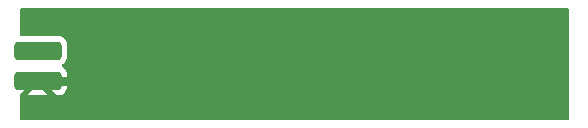
<source format=gbl>
%TF.GenerationSoftware,KiCad,Pcbnew,8.0.4*%
%TF.CreationDate,2025-01-06T15:09:53+00:00*%
%TF.ProjectId,5050_led_4,35303530-5f6c-4656-945f-342e6b696361,rev?*%
%TF.SameCoordinates,Original*%
%TF.FileFunction,Copper,L2,Bot*%
%TF.FilePolarity,Positive*%
%FSLAX46Y46*%
G04 Gerber Fmt 4.6, Leading zero omitted, Abs format (unit mm)*
G04 Created by KiCad (PCBNEW 8.0.4) date 2025-01-06 15:09:53*
%MOMM*%
%LPD*%
G01*
G04 APERTURE LIST*
G04 Aperture macros list*
%AMRoundRect*
0 Rectangle with rounded corners*
0 $1 Rounding radius*
0 $2 $3 $4 $5 $6 $7 $8 $9 X,Y pos of 4 corners*
0 Add a 4 corners polygon primitive as box body*
4,1,4,$2,$3,$4,$5,$6,$7,$8,$9,$2,$3,0*
0 Add four circle primitives for the rounded corners*
1,1,$1+$1,$2,$3*
1,1,$1+$1,$4,$5*
1,1,$1+$1,$6,$7*
1,1,$1+$1,$8,$9*
0 Add four rect primitives between the rounded corners*
20,1,$1+$1,$2,$3,$4,$5,0*
20,1,$1+$1,$4,$5,$6,$7,0*
20,1,$1+$1,$6,$7,$8,$9,0*
20,1,$1+$1,$8,$9,$2,$3,0*%
G04 Aperture macros list end*
%TA.AperFunction,ComponentPad*%
%ADD10RoundRect,0.250000X-1.750000X0.500000X-1.750000X-0.500000X1.750000X-0.500000X1.750000X0.500000X0*%
%TD*%
%TA.AperFunction,ViaPad*%
%ADD11C,0.600000*%
%TD*%
%TA.AperFunction,Conductor*%
%ADD12C,0.200000*%
%TD*%
%TA.AperFunction,Conductor*%
%ADD13C,0.800000*%
%TD*%
G04 APERTURE END LIST*
D10*
%TO.P,J1,1,Pin_1*%
%TO.N,/9V*%
X52500000Y-54105000D03*
%TO.P,J1,2,Pin_2*%
%TO.N,/GND*%
X52500000Y-56645000D03*
%TD*%
D11*
%TO.N,/GND*%
X93500000Y-53690000D03*
X93500000Y-55375000D03*
X93500000Y-57090000D03*
%TD*%
D12*
%TO.N,/GND*%
X93500000Y-57080000D02*
X93510000Y-57090000D01*
X93510000Y-57090000D02*
X93510000Y-55387500D01*
X93490000Y-55367500D02*
X93490000Y-53700000D01*
D13*
X92230000Y-56645000D02*
X52500000Y-56645000D01*
X92230000Y-56645000D02*
X93500000Y-55375000D01*
%TD*%
%TA.AperFunction,Conductor*%
%TO.N,/GND*%
G36*
X97442539Y-50520185D02*
G01*
X97488294Y-50572989D01*
X97499500Y-50624500D01*
X97499500Y-59875500D01*
X97479815Y-59942539D01*
X97427011Y-59988294D01*
X97375500Y-59999500D01*
X51124000Y-59999500D01*
X51056961Y-59979815D01*
X51011206Y-59927011D01*
X51000000Y-59875500D01*
X51000000Y-57926025D01*
X51000000Y-57799454D01*
X51014404Y-57777042D01*
X52100000Y-56691446D01*
X52100000Y-56697661D01*
X52127259Y-56799394D01*
X52179920Y-56890606D01*
X52254394Y-56965080D01*
X52345606Y-57017741D01*
X52447339Y-57045000D01*
X52453552Y-57045000D01*
X51603554Y-57894998D01*
X51603555Y-57894999D01*
X53396445Y-57894999D01*
X53396445Y-57894998D01*
X52546448Y-57045000D01*
X52552661Y-57045000D01*
X52654394Y-57017741D01*
X52745606Y-56965080D01*
X52820080Y-56890606D01*
X52872741Y-56799394D01*
X52900000Y-56697661D01*
X52900000Y-56691447D01*
X54103552Y-57894999D01*
X54299972Y-57894999D01*
X54299986Y-57894998D01*
X54402697Y-57884505D01*
X54569119Y-57829358D01*
X54569124Y-57829356D01*
X54718345Y-57737315D01*
X54842315Y-57613345D01*
X54934356Y-57464124D01*
X54934358Y-57464119D01*
X54989505Y-57297697D01*
X54989506Y-57297690D01*
X54999999Y-57194986D01*
X54999999Y-56095028D01*
X54999998Y-56095012D01*
X54989505Y-55992302D01*
X54934358Y-55825880D01*
X54934356Y-55825875D01*
X54842315Y-55676654D01*
X54718344Y-55552683D01*
X54718340Y-55552680D01*
X54601855Y-55480831D01*
X54555130Y-55428883D01*
X54543909Y-55359921D01*
X54571752Y-55295839D01*
X54601854Y-55269755D01*
X54718656Y-55197712D01*
X54842712Y-55073656D01*
X54934814Y-54924334D01*
X54989999Y-54757797D01*
X55000500Y-54655009D01*
X55000499Y-53554992D01*
X54989999Y-53452203D01*
X54934814Y-53285666D01*
X54842712Y-53136344D01*
X54718656Y-53012288D01*
X54569334Y-52920186D01*
X54402797Y-52865001D01*
X54402795Y-52865000D01*
X54300016Y-52854500D01*
X51124000Y-52854500D01*
X51056961Y-52834815D01*
X51011206Y-52782011D01*
X51000000Y-52730500D01*
X51000000Y-50624500D01*
X51019685Y-50557461D01*
X51072489Y-50511706D01*
X51124000Y-50500500D01*
X97375500Y-50500500D01*
X97442539Y-50520185D01*
G37*
%TD.AperFunction*%
%TD*%
M02*

</source>
